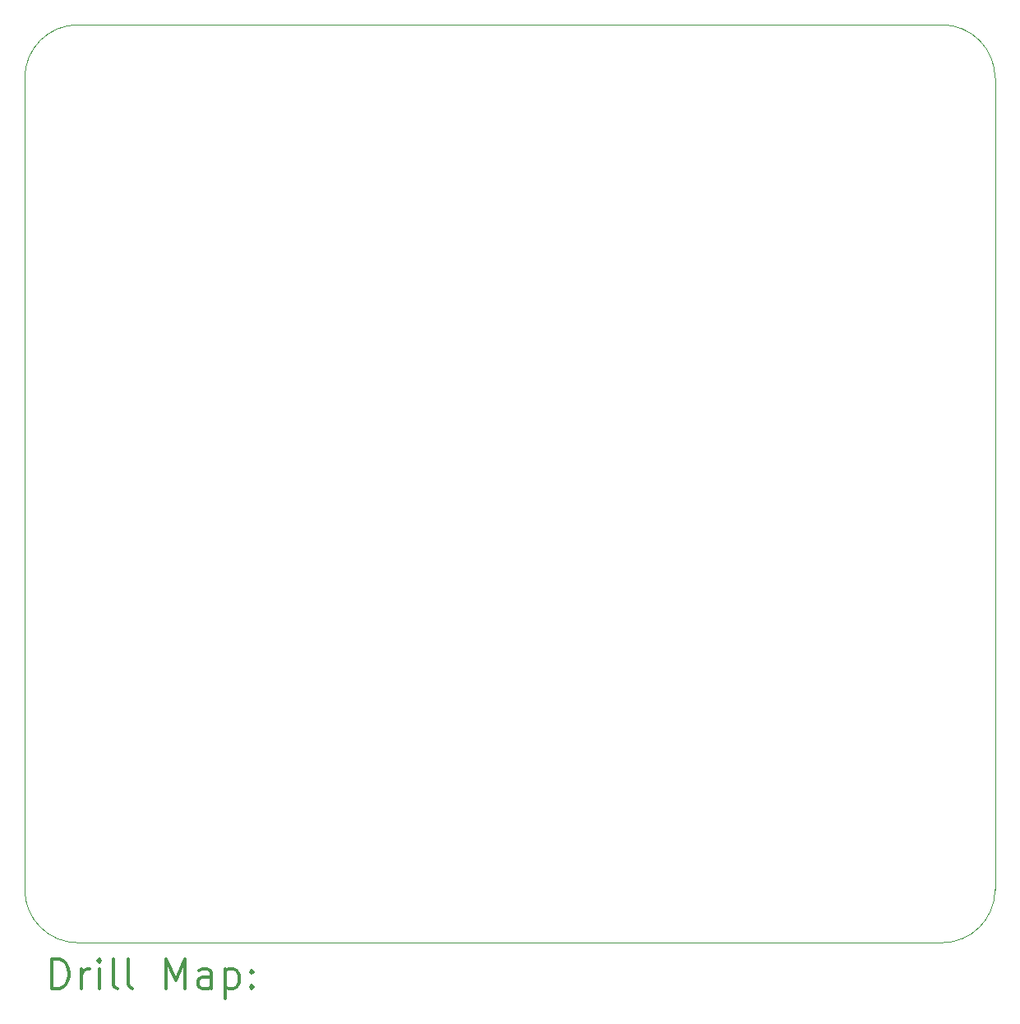
<source format=gbr>
%FSLAX45Y45*%
G04 Gerber Fmt 4.5, Leading zero omitted, Abs format (unit mm)*
G04 Created by KiCad (PCBNEW (5.1.0)-1) date 2019-05-13 21:51:19*
%MOMM*%
%LPD*%
G04 APERTURE LIST*
%ADD10C,0.100000*%
%ADD11C,0.200000*%
%ADD12C,0.300000*%
G04 APERTURE END LIST*
D10*
X7226300Y-8293100D02*
G75*
G02X7772400Y-7747000I546100J0D01*
G01*
X16675100Y-7747000D02*
G75*
G02X17221200Y-8293100I0J-546100D01*
G01*
X17221200Y-16649700D02*
G75*
G02X16675100Y-17195800I-546100J0D01*
G01*
X7772400Y-17195800D02*
G75*
G02X7226300Y-16649700I0J546100D01*
G01*
X7772400Y-17195800D02*
X16675100Y-17195800D01*
X7226300Y-8293100D02*
X7226300Y-16649700D01*
X16675100Y-7747000D02*
X7772400Y-7747000D01*
X17221200Y-16649700D02*
X17221200Y-8293100D01*
D11*
D12*
X7507728Y-17666514D02*
X7507728Y-17366514D01*
X7579157Y-17366514D01*
X7622014Y-17380800D01*
X7650586Y-17409372D01*
X7664871Y-17437943D01*
X7679157Y-17495086D01*
X7679157Y-17537943D01*
X7664871Y-17595086D01*
X7650586Y-17623657D01*
X7622014Y-17652229D01*
X7579157Y-17666514D01*
X7507728Y-17666514D01*
X7807728Y-17666514D02*
X7807728Y-17466514D01*
X7807728Y-17523657D02*
X7822014Y-17495086D01*
X7836300Y-17480800D01*
X7864871Y-17466514D01*
X7893443Y-17466514D01*
X7993443Y-17666514D02*
X7993443Y-17466514D01*
X7993443Y-17366514D02*
X7979157Y-17380800D01*
X7993443Y-17395086D01*
X8007728Y-17380800D01*
X7993443Y-17366514D01*
X7993443Y-17395086D01*
X8179157Y-17666514D02*
X8150586Y-17652229D01*
X8136300Y-17623657D01*
X8136300Y-17366514D01*
X8336300Y-17666514D02*
X8307728Y-17652229D01*
X8293443Y-17623657D01*
X8293443Y-17366514D01*
X8679157Y-17666514D02*
X8679157Y-17366514D01*
X8779157Y-17580800D01*
X8879157Y-17366514D01*
X8879157Y-17666514D01*
X9150586Y-17666514D02*
X9150586Y-17509372D01*
X9136300Y-17480800D01*
X9107728Y-17466514D01*
X9050586Y-17466514D01*
X9022014Y-17480800D01*
X9150586Y-17652229D02*
X9122014Y-17666514D01*
X9050586Y-17666514D01*
X9022014Y-17652229D01*
X9007728Y-17623657D01*
X9007728Y-17595086D01*
X9022014Y-17566514D01*
X9050586Y-17552229D01*
X9122014Y-17552229D01*
X9150586Y-17537943D01*
X9293443Y-17466514D02*
X9293443Y-17766514D01*
X9293443Y-17480800D02*
X9322014Y-17466514D01*
X9379157Y-17466514D01*
X9407728Y-17480800D01*
X9422014Y-17495086D01*
X9436300Y-17523657D01*
X9436300Y-17609372D01*
X9422014Y-17637943D01*
X9407728Y-17652229D01*
X9379157Y-17666514D01*
X9322014Y-17666514D01*
X9293443Y-17652229D01*
X9564871Y-17637943D02*
X9579157Y-17652229D01*
X9564871Y-17666514D01*
X9550586Y-17652229D01*
X9564871Y-17637943D01*
X9564871Y-17666514D01*
X9564871Y-17480800D02*
X9579157Y-17495086D01*
X9564871Y-17509372D01*
X9550586Y-17495086D01*
X9564871Y-17480800D01*
X9564871Y-17509372D01*
M02*

</source>
